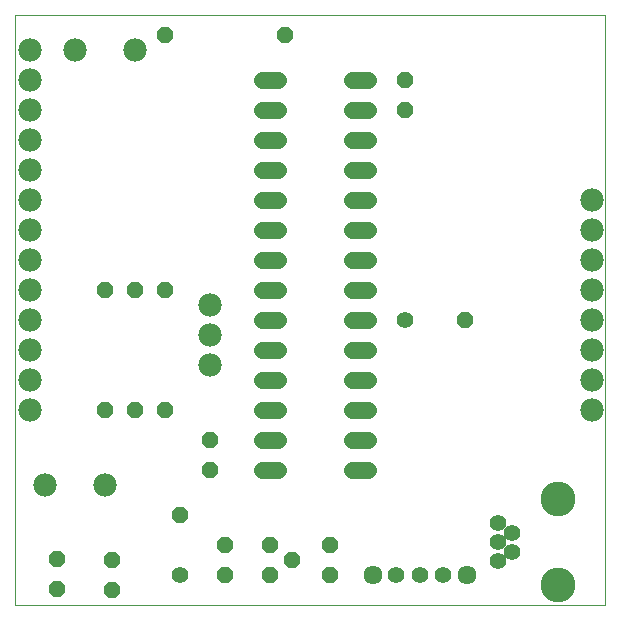
<source format=gts>
G75*
%MOIN*%
%OFA0B0*%
%FSLAX25Y25*%
%IPPOS*%
%LPD*%
%AMOC8*
5,1,8,0,0,1.08239X$1,22.5*
%
%ADD10C,0.00000*%
%ADD11OC8,0.05600*%
%ADD12C,0.05600*%
%ADD13C,0.05550*%
%ADD14C,0.11620*%
%ADD15C,0.05600*%
%ADD16C,0.06337*%
%ADD17C,0.07800*%
D10*
X0007500Y0002833D02*
X0007500Y0199684D01*
X0204350Y0199684D01*
X0204350Y0002833D01*
X0007500Y0002833D01*
D11*
X0021500Y0008333D03*
X0021500Y0018333D03*
X0040000Y0017833D03*
X0040000Y0007833D03*
X0062500Y0032833D03*
X0077500Y0022833D03*
X0077500Y0012833D03*
X0092500Y0012833D03*
X0100000Y0017833D03*
X0092500Y0022833D03*
X0112500Y0022833D03*
X0112500Y0012833D03*
X0072500Y0047833D03*
X0072500Y0057833D03*
X0057500Y0067833D03*
X0047500Y0067833D03*
X0037500Y0067833D03*
X0037500Y0107833D03*
X0047500Y0107833D03*
X0057500Y0107833D03*
X0137500Y0167833D03*
X0137500Y0177833D03*
X0097500Y0192833D03*
X0057500Y0192833D03*
X0157500Y0097833D03*
D12*
X0137500Y0097833D03*
X0062500Y0012833D03*
D13*
X0134626Y0012833D03*
X0142500Y0012833D03*
X0150374Y0012833D03*
X0168421Y0017534D03*
X0173146Y0020684D03*
X0168421Y0023833D03*
X0173146Y0026983D03*
X0168421Y0030133D03*
D14*
X0188500Y0038203D03*
X0188500Y0009463D03*
D15*
X0125100Y0047833D02*
X0119900Y0047833D01*
X0119900Y0057833D02*
X0125100Y0057833D01*
X0125100Y0067833D02*
X0119900Y0067833D01*
X0119900Y0077833D02*
X0125100Y0077833D01*
X0125100Y0087833D02*
X0119900Y0087833D01*
X0119900Y0097833D02*
X0125100Y0097833D01*
X0125100Y0107833D02*
X0119900Y0107833D01*
X0119900Y0117833D02*
X0125100Y0117833D01*
X0125100Y0127833D02*
X0119900Y0127833D01*
X0119900Y0137833D02*
X0125100Y0137833D01*
X0125100Y0147833D02*
X0119900Y0147833D01*
X0119900Y0157833D02*
X0125100Y0157833D01*
X0125100Y0167833D02*
X0119900Y0167833D01*
X0119900Y0177833D02*
X0125100Y0177833D01*
X0095100Y0177833D02*
X0089900Y0177833D01*
X0089900Y0167833D02*
X0095100Y0167833D01*
X0095100Y0157833D02*
X0089900Y0157833D01*
X0089900Y0147833D02*
X0095100Y0147833D01*
X0095100Y0137833D02*
X0089900Y0137833D01*
X0089900Y0127833D02*
X0095100Y0127833D01*
X0095100Y0117833D02*
X0089900Y0117833D01*
X0089900Y0107833D02*
X0095100Y0107833D01*
X0095100Y0097833D02*
X0089900Y0097833D01*
X0089900Y0087833D02*
X0095100Y0087833D01*
X0095100Y0077833D02*
X0089900Y0077833D01*
X0089900Y0067833D02*
X0095100Y0067833D01*
X0095100Y0057833D02*
X0089900Y0057833D01*
X0089900Y0047833D02*
X0095100Y0047833D01*
D16*
X0126752Y0012833D03*
X0158248Y0012833D03*
D17*
X0200000Y0067833D03*
X0200000Y0077833D03*
X0200000Y0087833D03*
X0200000Y0097833D03*
X0200000Y0107833D03*
X0200000Y0117833D03*
X0200000Y0127833D03*
X0200000Y0137833D03*
X0072500Y0102833D03*
X0072500Y0092833D03*
X0072500Y0082833D03*
X0037500Y0042833D03*
X0017500Y0042833D03*
X0012500Y0067833D03*
X0012500Y0077833D03*
X0012500Y0087833D03*
X0012500Y0097833D03*
X0012500Y0107833D03*
X0012500Y0117833D03*
X0012500Y0127833D03*
X0012500Y0137833D03*
X0012500Y0147833D03*
X0012500Y0157833D03*
X0012500Y0167833D03*
X0012500Y0177833D03*
X0012500Y0187833D03*
X0027500Y0187833D03*
X0047500Y0187833D03*
M02*

</source>
